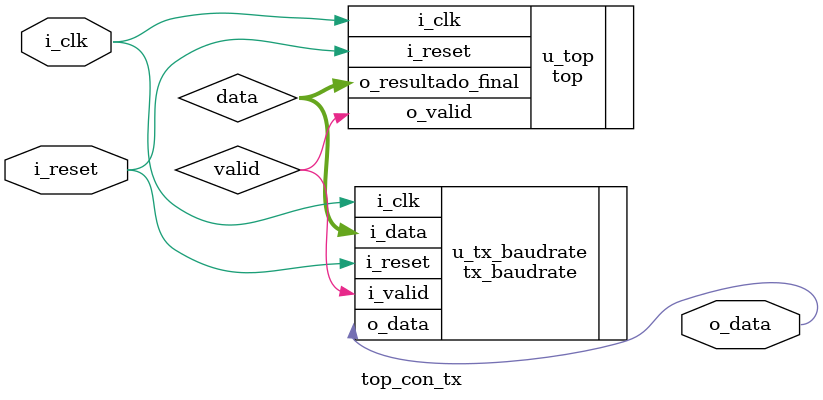
<source format=v>
`timescale 1ns / 1ps


module top_con_tx
#(//PARAMETERS
    parameter   F_CLOCK             = 25000000      ,
    parameter   NB_OPCODE           = 5             ,
    parameter   NB_INSTRUCTION      = 16            ,
    parameter   NB_ADDRESS          = 11            ,
    parameter   NB_OPERAND          = 11            ,
    parameter   NB_DATA             = 16            ,
    parameter   NB_OP               = 6 
 )
 (
    //OUTPUTS
    output wire                     o_data    ,
    //INPUTS
    input wire                      i_clk     ,
    input wire                      i_reset       
    );
    
    
 //REGS & WIRES
    wire [NB_DATA-1   :0]    data     ;
    wire                     valid    ;

//MODULE INSTANTIATION

  //TOP  
  top
  #(
    //PARAMETERS
    .NB_OPCODE      (NB_OPCODE)             ,
    .NB_INSTRUCTION (NB_INSTRUCTION)        ,
    .NB_ADDRESS     (NB_ADDRESS)            ,
    .NB_OPERAND     (NB_OPERAND)            ,
    .NB_DATA        (NB_DATA)               ,
    .NB_OP          (NB_OP)                
  )
  u_top      
  (     
        //OUTPUTS
        .o_resultado_final  (data)                          ,
        .o_valid            (valid)                         ,
        //INPUTS
        .i_clk              (i_clk)                         ,
        .i_reset            (i_reset)                       
  );
  
//TX_BAUDRATE  
tx_baudrate
#(
    //PARAMETERS
    .NB_DATA(NB_DATA)                               ,
    .F_CLOCK(F_CLOCK)
 )
 u_tx_baudrate
 (
    //OUTPUTS
        .o_data (o_data)                            ,
    //INPUTS
        .i_clk  (i_clk)                             ,
        .i_reset(i_reset)                           ,
        .i_valid(valid)                             ,       
        .i_data (data)     
        
  );
    

endmodule

</source>
